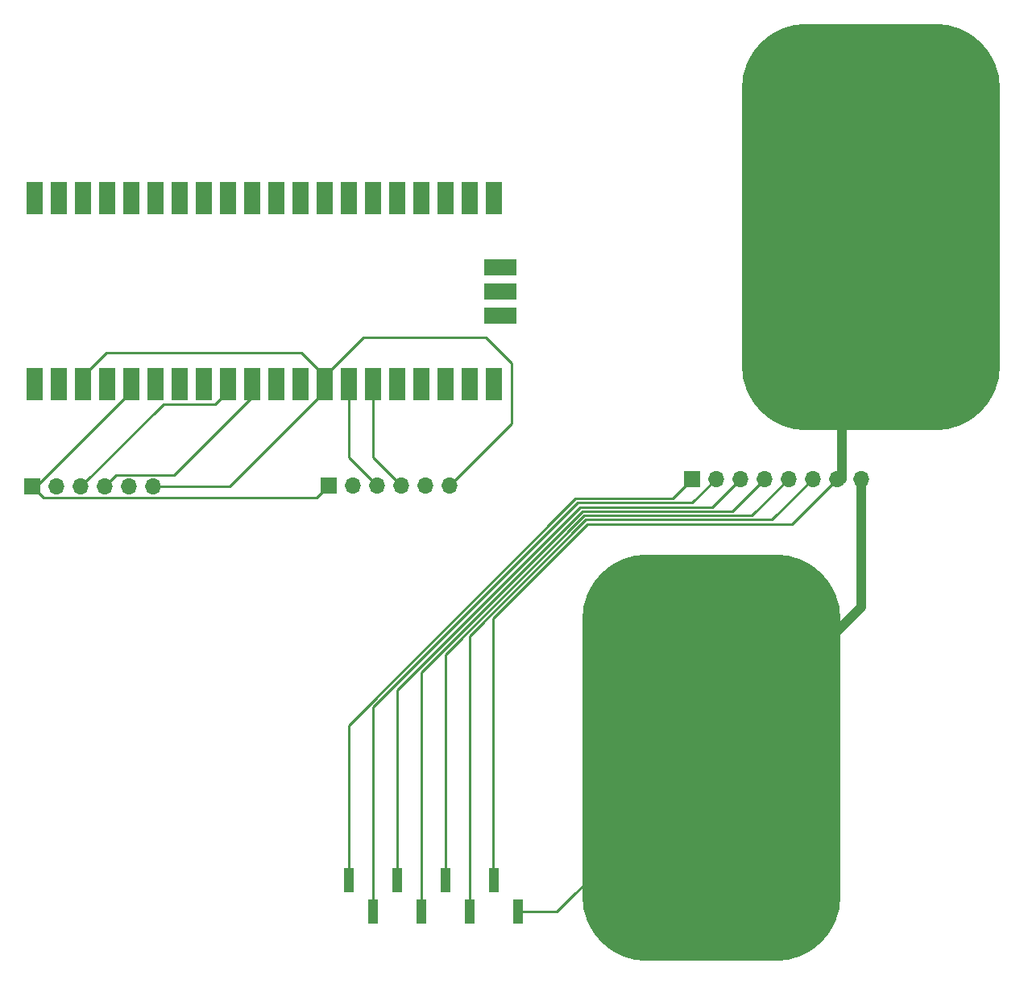
<source format=gbr>
%TF.GenerationSoftware,KiCad,Pcbnew,7.0.7*%
%TF.CreationDate,2024-01-08T08:14:38+08:00*%
%TF.ProjectId,IIDX_Cap_Controller,49494458-5f43-4617-905f-436f6e74726f,rev?*%
%TF.SameCoordinates,Original*%
%TF.FileFunction,Copper,L2,Bot*%
%TF.FilePolarity,Positive*%
%FSLAX46Y46*%
G04 Gerber Fmt 4.6, Leading zero omitted, Abs format (unit mm)*
G04 Created by KiCad (PCBNEW 7.0.7) date 2024-01-08 08:14:38*
%MOMM*%
%LPD*%
G01*
G04 APERTURE LIST*
G04 Aperture macros list*
%AMRoundRect*
0 Rectangle with rounded corners*
0 $1 Rounding radius*
0 $2 $3 $4 $5 $6 $7 $8 $9 X,Y pos of 4 corners*
0 Add a 4 corners polygon primitive as box body*
4,1,4,$2,$3,$4,$5,$6,$7,$8,$9,$2,$3,0*
0 Add four circle primitives for the rounded corners*
1,1,$1+$1,$2,$3*
1,1,$1+$1,$4,$5*
1,1,$1+$1,$6,$7*
1,1,$1+$1,$8,$9*
0 Add four rect primitives between the rounded corners*
20,1,$1+$1,$2,$3,$4,$5,0*
20,1,$1+$1,$4,$5,$6,$7,0*
20,1,$1+$1,$6,$7,$8,$9,0*
20,1,$1+$1,$8,$9,$2,$3,0*%
G04 Aperture macros list end*
%TA.AperFunction,ComponentPad*%
%ADD10R,1.700000X1.700000*%
%TD*%
%TA.AperFunction,ComponentPad*%
%ADD11O,1.700000X1.700000*%
%TD*%
%TA.AperFunction,SMDPad,CuDef*%
%ADD12RoundRect,6.782594X6.782593X14.585156X-6.782593X14.585156X-6.782593X-14.585156X6.782593X-14.585156X0*%
%TD*%
%TA.AperFunction,SMDPad,CuDef*%
%ADD13R,1.000000X2.510000*%
%TD*%
%TA.AperFunction,SMDPad,CuDef*%
%ADD14R,1.700000X3.500000*%
%TD*%
%TA.AperFunction,SMDPad,CuDef*%
%ADD15R,3.500000X1.700000*%
%TD*%
%TA.AperFunction,Conductor*%
%ADD16C,0.250000*%
%TD*%
%TA.AperFunction,Conductor*%
%ADD17C,1.000000*%
%TD*%
G04 APERTURE END LIST*
D10*
%TO.P,J8,1,Pin_1*%
%TO.N,Net-(J12-Pin_1)*%
X169899833Y-80527328D03*
D11*
%TO.P,J8,2,Pin_2*%
%TO.N,Net-(J1-Pin_1)*%
X172439833Y-80527328D03*
%TO.P,J8,3,Pin_3*%
%TO.N,Net-(J12-Pin_3)*%
X174979833Y-80527328D03*
%TO.P,J8,4,Pin_4*%
%TO.N,Net-(J12-Pin_4)*%
X177519833Y-80527328D03*
%TO.P,J8,5,Pin_5*%
%TO.N,Net-(J12-Pin_5)*%
X180059833Y-80527328D03*
%TO.P,J8,6,Pin_6*%
%TO.N,Net-(J12-Pin_6)*%
X182599833Y-80527328D03*
%TO.P,J8,7,Pin_7*%
%TO.N,Net-(J12-Pin_7)*%
X185139833Y-80527328D03*
%TO.P,J8,8,Pin_8*%
%TO.N,Net-(J12-Pin_8)*%
X187679833Y-80527328D03*
%TD*%
D12*
%TO.P,J7,1,Pin_1*%
%TO.N,Net-(J12-Pin_8)*%
X171931753Y-109775786D03*
%TD*%
D13*
%TO.P,J12,1,Pin_1*%
%TO.N,Net-(J12-Pin_1)*%
X133827731Y-122713728D03*
%TO.P,J12,2,Pin_2*%
%TO.N,Net-(J1-Pin_1)*%
X136367731Y-126023728D03*
%TO.P,J12,3,Pin_3*%
%TO.N,Net-(J12-Pin_3)*%
X138907731Y-122713728D03*
%TO.P,J12,4,Pin_4*%
%TO.N,Net-(J12-Pin_4)*%
X141447731Y-126023728D03*
%TO.P,J12,5,Pin_5*%
%TO.N,Net-(J12-Pin_5)*%
X143987731Y-122713728D03*
%TO.P,J12,6,Pin_6*%
%TO.N,Net-(J12-Pin_6)*%
X146527731Y-126023728D03*
%TO.P,J12,7,Pin_7*%
%TO.N,Net-(J12-Pin_7)*%
X149067731Y-122713728D03*
%TO.P,J12,8,Pin_8*%
%TO.N,Net-(J12-Pin_8)*%
X151607731Y-126023728D03*
%TD*%
D10*
%TO.P,J11,1,Pin_1*%
%TO.N,+3.3V*%
X131788508Y-81180273D03*
D11*
%TO.P,J11,2,Pin_2*%
%TO.N,unconnected-(J11-Pin_2-Pad2)*%
X134328508Y-81180273D03*
%TO.P,J11,3,Pin_3*%
%TO.N,/SCL2*%
X136868508Y-81180273D03*
%TO.P,J11,4,Pin_4*%
%TO.N,/SDA2*%
X139408508Y-81180273D03*
%TO.P,J11,5,Pin_5*%
%TO.N,unconnected-(J11-Pin_5-Pad5)*%
X141948508Y-81180273D03*
%TO.P,J11,6,Pin_6*%
%TO.N,GND*%
X144488508Y-81180273D03*
%TD*%
D14*
%TO.P,RP0,1,Pin_1*%
%TO.N,unconnected-(RP0-Pin_1-Pad1)*%
X100864654Y-50985093D03*
%TO.P,RP0,2,Pin_2*%
%TO.N,unconnected-(RP0-Pin_2-Pad2)*%
X103404654Y-50985093D03*
%TO.P,RP0,3,Pin_3*%
%TO.N,unconnected-(RP0-Pin_3-Pad3)*%
X105944654Y-50985093D03*
%TO.P,RP0,4,Pin_4*%
%TO.N,unconnected-(RP0-Pin_4-Pad4)*%
X108484654Y-50985093D03*
%TO.P,RP0,5,Pin_5*%
%TO.N,unconnected-(RP0-Pin_5-Pad5)*%
X111024654Y-50985093D03*
%TO.P,RP0,6,Pin_6*%
%TO.N,unconnected-(RP0-Pin_6-Pad6)*%
X113564654Y-50985093D03*
%TO.P,RP0,7,Pin_7*%
%TO.N,unconnected-(RP0-Pin_7-Pad7)*%
X116104654Y-50985093D03*
%TO.P,RP0,8,Pin_8*%
%TO.N,unconnected-(RP0-Pin_8-Pad8)*%
X118644654Y-50985093D03*
%TO.P,RP0,9,Pin_9*%
%TO.N,unconnected-(RP0-Pin_9-Pad9)*%
X121184654Y-50985093D03*
%TO.P,RP0,10,Pin_10*%
%TO.N,unconnected-(RP0-Pin_10-Pad10)*%
X123724654Y-50985093D03*
%TO.P,RP0,11,Pin_11*%
%TO.N,unconnected-(RP0-Pin_11-Pad11)*%
X126264654Y-50985093D03*
%TO.P,RP0,12,Pin_12*%
%TO.N,unconnected-(RP0-Pin_12-Pad12)*%
X128804654Y-50985093D03*
%TO.P,RP0,13,Pin_13*%
%TO.N,unconnected-(RP0-Pin_13-Pad13)*%
X131344654Y-50985093D03*
%TO.P,RP0,14,Pin_14*%
%TO.N,unconnected-(RP0-Pin_14-Pad14)*%
X133884654Y-50985093D03*
%TO.P,RP0,15,Pin_15*%
%TO.N,unconnected-(RP0-Pin_15-Pad15)*%
X136424654Y-50985093D03*
%TO.P,RP0,16,Pin_16*%
%TO.N,unconnected-(RP0-Pin_16-Pad16)*%
X138964654Y-50985093D03*
%TO.P,RP0,17,Pin_17*%
%TO.N,unconnected-(RP0-Pin_17-Pad17)*%
X141504654Y-50985093D03*
%TO.P,RP0,18,Pin_18*%
%TO.N,unconnected-(RP0-Pin_18-Pad18)*%
X144044654Y-50985093D03*
%TO.P,RP0,19,Pin_19*%
%TO.N,unconnected-(RP0-Pin_19-Pad19)*%
X146584654Y-50985093D03*
%TO.P,RP0,20,Pin_20*%
%TO.N,unconnected-(RP0-Pin_20-Pad20)*%
X149124654Y-50985093D03*
%TO.P,RP0,21,Pin_21*%
%TO.N,unconnected-(RP0-Pin_21-Pad21)*%
X149124654Y-70565093D03*
%TO.P,RP0,22,Pin_22*%
%TO.N,unconnected-(RP0-Pin_22-Pad22)*%
X146584654Y-70565093D03*
%TO.P,RP0,23,Pin_23*%
%TO.N,unconnected-(RP0-Pin_23-Pad23)*%
X144044654Y-70565093D03*
%TO.P,RP0,24,Pin_24*%
%TO.N,unconnected-(RP0-Pin_24-Pad24)*%
X141504654Y-70565093D03*
%TO.P,RP0,25,Pin_25*%
%TO.N,unconnected-(RP0-Pin_25-Pad25)*%
X138964654Y-70565093D03*
%TO.P,RP0,26,Pin_26*%
%TO.N,/SDA2*%
X136424654Y-70565093D03*
%TO.P,RP0,27,Pin_27*%
%TO.N,/SCL2*%
X133884654Y-70565093D03*
%TO.P,RP0,28,Pin_28*%
%TO.N,GND*%
X131344654Y-70565093D03*
%TO.P,RP0,29,Pin_29*%
%TO.N,unconnected-(RP0-Pin_29-Pad29)*%
X128804654Y-70565093D03*
%TO.P,RP0,30,Pin_30*%
%TO.N,unconnected-(RP0-Pin_30-Pad30)*%
X126264654Y-70565093D03*
%TO.P,RP0,31,Pin_31*%
%TO.N,/SDA1*%
X123724654Y-70565093D03*
%TO.P,RP0,32,Pin_32*%
%TO.N,/SCL1*%
X121184654Y-70565093D03*
%TO.P,RP0,33,Pin_33*%
%TO.N,unconnected-(RP0-Pin_33-Pad33)*%
X118644654Y-70565093D03*
%TO.P,RP0,34,Pin_34*%
%TO.N,unconnected-(RP0-Pin_34-Pad34)*%
X116104654Y-70565093D03*
%TO.P,RP0,35,Pin_35*%
%TO.N,unconnected-(RP0-Pin_35-Pad35)*%
X113564654Y-70565093D03*
%TO.P,RP0,36,Pin_36*%
%TO.N,+3.3V*%
X111024654Y-70565093D03*
%TO.P,RP0,37,Pin_37*%
%TO.N,unconnected-(RP0-Pin_37-Pad37)*%
X108484654Y-70565093D03*
%TO.P,RP0,38,Pin_38*%
%TO.N,GND*%
X105944654Y-70565093D03*
%TO.P,RP0,39,Pin_39*%
%TO.N,unconnected-(RP0-Pin_39-Pad39)*%
X103404654Y-70565093D03*
%TO.P,RP0,40,Pin_40*%
%TO.N,unconnected-(RP0-Pin_40-Pad40)*%
X100864654Y-70565093D03*
D15*
%TO.P,RP0,41*%
%TO.N,N/C*%
X149794654Y-58235093D03*
%TO.P,RP0,42*%
X149794654Y-60775093D03*
%TO.P,RP0,43*%
X149794654Y-63315093D03*
%TD*%
D12*
%TO.P,J6,1,Pin_1*%
%TO.N,Net-(J12-Pin_7)*%
X188726723Y-53989715D03*
%TD*%
D10*
%TO.P,J10,1,Pin_1*%
%TO.N,+3.3V*%
X100619644Y-81310065D03*
D11*
%TO.P,J10,2,Pin_2*%
%TO.N,unconnected-(J10-Pin_2-Pad2)*%
X103159644Y-81310065D03*
%TO.P,J10,3,Pin_3*%
%TO.N,/SCL1*%
X105699644Y-81310065D03*
%TO.P,J10,4,Pin_4*%
%TO.N,/SDA1*%
X108239644Y-81310065D03*
%TO.P,J10,5,Pin_5*%
%TO.N,unconnected-(J10-Pin_5-Pad5)*%
X110779644Y-81310065D03*
%TO.P,J10,6,Pin_6*%
%TO.N,GND*%
X113319644Y-81310065D03*
%TD*%
D16*
%TO.N,Net-(J12-Pin_7)*%
X149067731Y-122713728D02*
X149054561Y-122700558D01*
X149054561Y-122700558D02*
X149054561Y-95143401D01*
X149054561Y-95143401D02*
X158951804Y-85246158D01*
X158951804Y-85246158D02*
X180421003Y-85246158D01*
X180421003Y-85246158D02*
X185139833Y-80527328D01*
%TO.N,Net-(J12-Pin_6)*%
X158765408Y-84796158D02*
X146527731Y-97033835D01*
X182599833Y-80527328D02*
X178331003Y-84796158D01*
X178331003Y-84796158D02*
X158765408Y-84796158D01*
X146527731Y-97033835D02*
X146527731Y-126023728D01*
%TO.N,GND*%
X108399757Y-67209990D02*
X128889551Y-67209990D01*
X128889551Y-67209990D02*
X131344654Y-69665093D01*
X105944654Y-69665093D02*
X108399757Y-67209990D01*
%TO.N,Net-(J1-Pin_1)*%
X136367731Y-104506017D02*
X136367731Y-126023728D01*
X169971003Y-82996158D02*
X157877590Y-82996158D01*
X157877590Y-82996158D02*
X136367731Y-104506017D01*
X172439833Y-80527328D02*
X169971003Y-82996158D01*
%TO.N,/SCL2*%
X133884654Y-78196419D02*
X133884654Y-69665093D01*
X136868508Y-81180273D02*
X133884654Y-78196419D01*
%TO.N,/SDA2*%
X136424654Y-78196419D02*
X136424654Y-69665093D01*
X139408508Y-81180273D02*
X136424654Y-78196419D01*
%TO.N,GND*%
X148275314Y-65582731D02*
X135427016Y-65582731D01*
X121309682Y-81310065D02*
X131344654Y-71275093D01*
X150981441Y-74687340D02*
X150981441Y-68288858D01*
X113319644Y-81310065D02*
X121309682Y-81310065D01*
X135427016Y-65582731D02*
X131344654Y-69665093D01*
X144488508Y-81180273D02*
X150981441Y-74687340D01*
X131344654Y-71275093D02*
X131344654Y-69665093D01*
X150981441Y-68288858D02*
X148275314Y-65582731D01*
%TO.N,/SCL1*%
X105699644Y-81310065D02*
X114369616Y-72640093D01*
X121184654Y-71275093D02*
X121184654Y-69665093D01*
X119819654Y-72640093D02*
X121184654Y-71275093D01*
X114369616Y-72640093D02*
X119819654Y-72640093D01*
%TO.N,/SDA1*%
X115452782Y-80135065D02*
X123724654Y-71863193D01*
X109414644Y-80135065D02*
X115452782Y-80135065D01*
X108239644Y-81310065D02*
X109414644Y-80135065D01*
X123724654Y-71863193D02*
X123724654Y-69665093D01*
%TO.N,+3.3V*%
X101794644Y-82485065D02*
X130483716Y-82485065D01*
X130483716Y-82485065D02*
X131788508Y-81180273D01*
X100619644Y-81310065D02*
X100989682Y-81310065D01*
X100989682Y-81310065D02*
X111024654Y-71275093D01*
X100619644Y-81310065D02*
X101794644Y-82485065D01*
X111024654Y-71275093D02*
X111024654Y-69665093D01*
%TO.N,Net-(J12-Pin_3)*%
X158206220Y-83446158D02*
X138907731Y-102744647D01*
X174979833Y-80527328D02*
X172061003Y-83446158D01*
X138907731Y-102744647D02*
X138907731Y-122713728D01*
X172061003Y-83446158D02*
X158206220Y-83446158D01*
%TO.N,Net-(J12-Pin_4)*%
X177519833Y-80527328D02*
X174151003Y-83896158D01*
X174151003Y-83896158D02*
X158392616Y-83896158D01*
X141447731Y-100841043D02*
X141447731Y-126023728D01*
X158392616Y-83896158D02*
X141447731Y-100841043D01*
%TO.N,Net-(J12-Pin_5)*%
X176241003Y-84346158D02*
X158579012Y-84346158D01*
X158579012Y-84346158D02*
X143987731Y-98937439D01*
X180059833Y-80527328D02*
X176241003Y-84346158D01*
X143987731Y-98937439D02*
X143987731Y-122713728D01*
D17*
%TO.N,Net-(J12-Pin_7)*%
X185707434Y-80560786D02*
X185707434Y-57009004D01*
X185707434Y-57009004D02*
X188726723Y-53989715D01*
D16*
%TO.N,Net-(J12-Pin_8)*%
X151607731Y-126023728D02*
X155683811Y-126023728D01*
D17*
X187679833Y-80527328D02*
X187699426Y-80546921D01*
X187699426Y-94008113D02*
X171931753Y-109775786D01*
X187699426Y-80546921D02*
X187699426Y-94008113D01*
D16*
X155683811Y-126023728D02*
X171931753Y-109775786D01*
%TO.N,Net-(J12-Pin_1)*%
X133827731Y-122713728D02*
X133827731Y-106409621D01*
X157691194Y-82546158D02*
X167881003Y-82546158D01*
X133827731Y-106409621D02*
X157691194Y-82546158D01*
X167881003Y-82546158D02*
X169899833Y-80527328D01*
%TD*%
M02*

</source>
